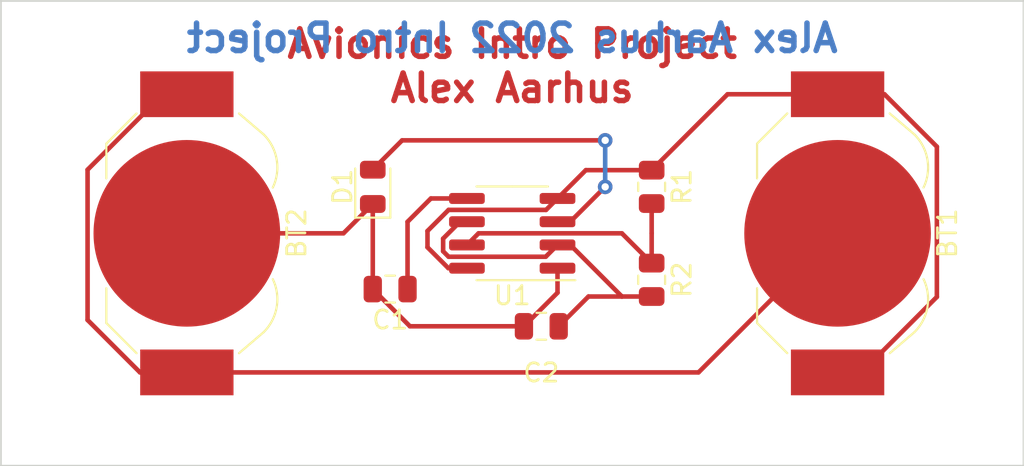
<source format=kicad_pcb>
(kicad_pcb (version 20211014) (generator pcbnew)
  (layers (0 "F.Cu" signal) (31 "B.Cu" signal) (34 "B.Paste" user) (35 "F.Paste" user) (36 "B.SilkS" user "B.Silkscreen") (37 "F.SilkS" user "F.Silkscreen") (38 "B.Mask" user) (39 "F.Mask" user) (44 "Edge.Cuts" user))
  (net 0 "")
  (net 1 "VCC")
  (net 2 "Net-(R1-Pad2)")
  (net 3 "Net-(C2-Pad2)")
  (net 4 "GND")
  (net 5 "Net-(D1-Pad2)")
  (net 6 "Net-(C1-Pad1)")
  (net 7 "Net-(BT1-Pad2)")
  (footprint "Resistor_SMD:R_0805_2012Metric" (layer "F.Cu") (at 187.96 76.2 -90)
    (fp_text reference "R2" (at 0 -1.65 90) (layer "F.SilkS"))
    (fp_text value "10K")
    (fp_line (start -0.227064 0.735) (end 0.227064 0.735) (layer "F.SilkS") (width 0.12))
    (fp_line (start -0.227064 -0.735) (end 0.227064 -0.735) (layer "F.SilkS") (width 0.12))
    (pad "1" smd roundrect (at -0.9125 0 270) (size 1.025 1.4) (layers "F.Cu" "F.Paste" "F.Mask") (roundrect_rratio 0.243902439) (net 2 "Net-(R1-Pad2)"))
    (pad "2" smd roundrect (at 0.9125 0 270) (size 1.025 1.4) (layers "F.Cu" "F.Paste" "F.Mask") (roundrect_rratio 0.243902439) (net 3 "Net-(C2-Pad2)"))
  )
  (footprint "LED_SMD:LED_0805_2012Metric" (layer "F.Cu") (at 172.72 71.12 90)
    (fp_text reference "D1" (at 0 -1.65 90) (layer "F.SilkS"))
    (fp_text value "LED")
    (fp_line (start -1.685 -0.96) (end -1.685 0.96) (layer "F.SilkS") (width 0.12))
    (fp_line (start 1 -0.96) (end -1.685 -0.96) (layer "F.SilkS") (width 0.12))
    (fp_line (start -1.685 0.96) (end 1 0.96) (layer "F.SilkS") (width 0.12))
    (pad "1" smd roundrect (at -0.9375 0 90) (size 0.975 1.4) (layers "F.Cu" "F.Paste" "F.Mask") (net 4 "GND"))
    (pad "2" smd roundrect (at 0.9375 0 90) (size 0.975 1.4) (layers "F.Cu" "F.Paste" "F.Mask") (net 5 "Net-(D1-Pad2)"))
  )
  (footprint "Capacitor_SMD:C_0805_2012Metric" (layer "F.Cu") (at 173.67 76.708 180)
    (fp_text reference "C1" (at 0 -1.68) (layer "F.SilkS"))
    (fp_text value ".01uF")
    (fp_line (start -0.261252 0.735) (end 0.261252 0.735) (layer "F.SilkS") (width 0.12))
    (fp_line (start -0.261252 -0.735) (end 0.261252 -0.735) (layer "F.SilkS") (width 0.12))
    (pad "1" smd roundrect (at -0.95 0 180) (size 1 1.45) (layers "F.Cu" "F.Paste" "F.Mask") (net 6 "Net-(C1-Pad1)"))
    (pad "2" smd roundrect (at 0.95 0 180) (size 1 1.45) (layers "F.Cu" "F.Paste" "F.Mask") (net 4 "GND"))
  )
  (footprint "Resistor_SMD:R_0805_2012Metric" (layer "F.Cu") (at 187.96 71.12 -90)
    (fp_text reference "R1" (at 0 -1.65 90) (layer "F.SilkS"))
    (fp_text value "5K")
    (fp_line (start -0.227064 0.735) (end 0.227064 0.735) (layer "F.SilkS") (width 0.12))
    (fp_line (start -0.227064 -0.735) (end 0.227064 -0.735) (layer "F.SilkS") (width 0.12))
    (pad "1" smd roundrect (at -0.9125 0 270) (size 1.025 1.4) (layers "F.Cu" "F.Paste" "F.Mask") (roundrect_rratio 0.243902439) (net 1 "VCC"))
    (pad "2" smd roundrect (at 0.9125 0 270) (size 1.025 1.4) (layers "F.Cu" "F.Paste" "F.Mask") (roundrect_rratio 0.243902439) (net 2 "Net-(R1-Pad2)"))
  )
  (footprint "Battery:BatteryHolder_LINX_BAT-HLD-012-SMT" (layer "F.Cu") (at 198.12 73.66 90)
    (fp_text reference "BT1" (at 0 6 90) (layer "F.SilkS"))
    (fp_text value "3V")
    (fp_line (start -6.55 -2.75) (end -4.9 -4.4) (layer "F.SilkS") (width 0.12))
    (fp_line (start 4.9 -4.4) (end 3 -4.4) (layer "F.SilkS") (width 0.12))
    (fp_line (start 6.55 2.85) (end 5.4 4.2) (layer "F.SilkS") (width 0.12))
    (fp_line (start -4.9 -4.4) (end -3 -4.4) (layer "F.SilkS") (width 0.12))
    (fp_line (start 4.9 -4.4) (end 6.55 -2.75) (layer "F.SilkS") (width 0.12))
    (fp_line (start -6.55 2.85) (end -5.4 4.2) (layer "F.SilkS") (width 0.12))
    (fp_arc (start -2.504098 4.697607) (mid -4.031094 4.908816) (end -5.4 4.2) (layer "F.SilkS") (width 0.12))
    (fp_arc (start 5.4 4.2) (mid 4.029781 4.909041) (end 2.501694 4.696459) (layer "F.SilkS") (width 0.12))
    (pad "1" smd rect (at 7.6 0 90) (size 2.5 5.1) (layers "F.Cu" "F.Paste" "F.Mask") (net 1 "VCC"))
    (pad "1" smd rect (at -7.6 0 90) (size 2.5 5.1) (layers "F.Cu" "F.Paste" "F.Mask") (net 1 "VCC"))
    (pad "2" smd circle (at 0 0 90) (size 10.2 10.2) (layers "F.Cu" "F.Mask") (net 7 "Net-(BT1-Pad2)"))
  )
  (footprint "Capacitor_SMD:C_0805_2012Metric" (layer "F.Cu") (at 181.93 78.74)
    (fp_text reference "C2" (at 0 2.54) (layer "F.SilkS"))
    (fp_text value "10uF")
    (fp_line (start -0.261252 0.735) (end 0.261252 0.735) (layer "F.SilkS") (width 0.12))
    (fp_line (start -0.261252 -0.735) (end 0.261252 -0.735) (layer "F.SilkS") (width 0.12))
    (pad "1" smd roundrect (at -0.95 0) (size 1 1.45) (layers "F.Cu" "F.Paste" "F.Mask") (net 4 "GND"))
    (pad "2" smd roundrect (at 0.95 0) (size 1 1.45) (layers "F.Cu" "F.Paste" "F.Mask") (net 3 "Net-(C2-Pad2)"))
  )
  (footprint "Package_SO:SOIC-8_3.9x4.9mm_P1.27mm" (layer "F.Cu") (at 180.34 73.66 180)
    (fp_text reference "U1" (at 0 -3.4) (layer "F.SilkS"))
    (fp_text value "NE555P")
    (fp_line (start 0 2.56) (end -1.95 2.56) (layer "F.SilkS") (width 0.12))
    (fp_line (start 0 -2.56) (end 1.95 -2.56) (layer "F.SilkS") (width 0.12))
    (fp_line (start 0 2.56) (end 1.95 2.56) (layer "F.SilkS") (width 0.12))
    (fp_line (start 0 -2.56) (end -3.45 -2.56) (layer "F.SilkS") (width 0.12))
    (pad "1" smd roundrect (at -2.475 -1.905 180) (size 1.95 0.6) (layers "F.Cu" "F.Paste" "F.Mask") (net 4 "GND"))
    (pad "2" smd roundrect (at -2.475 -0.635 180) (size 1.95 0.6) (layers "F.Cu" "F.Paste" "F.Mask") (net 3 "Net-(C2-Pad2)"))
    (pad "3" smd roundrect (at -2.475 0.635 180) (size 1.95 0.6) (layers "F.Cu" "F.Paste" "F.Mask") (net 5 "Net-(D1-Pad2)"))
    (pad "4" smd roundrect (at -2.475 1.905 180) (size 1.95 0.6) (layers "F.Cu" "F.Paste" "F.Mask") (net 1 "VCC"))
    (pad "5" smd roundrect (at 2.475 1.905 180) (size 1.95 0.6) (layers "F.Cu" "F.Paste" "F.Mask") (net 6 "Net-(C1-Pad1)"))
    (pad "6" smd roundrect (at 2.475 0.635 180) (size 1.95 0.6) (layers "F.Cu" "F.Paste" "F.Mask") (net 3 "Net-(C2-Pad2)"))
    (pad "7" smd roundrect (at 2.475 -0.635 180) (size 1.95 0.6) (layers "F.Cu" "F.Paste" "F.Mask") (net 2 "Net-(R1-Pad2)"))
    (pad "8" smd roundrect (at 2.475 -1.905 180) (size 1.95 0.6) (layers "F.Cu" "F.Paste" "F.Mask") (net 1 "VCC"))
  )
  (footprint "Battery:BatteryHolder_LINX_BAT-HLD-012-SMT" (layer "F.Cu") (at 162.56 73.66 90)
    (fp_text reference "BT2" (at 0 6 90) (layer "F.SilkS"))
    (fp_text value "3V")
    (fp_line (start -6.55 -2.75) (end -4.9 -4.4) (layer "F.SilkS") (width 0.12))
    (fp_line (start 6.55 2.85) (end 5.4 4.2) (layer "F.SilkS") (width 0.12))
    (fp_line (start -4.9 -4.4) (end -3 -4.4) (layer "F.SilkS") (width 0.12))
    (fp_line (start 4.9 -4.4) (end 3 -4.4) (layer "F.SilkS") (width 0.12))
    (fp_line (start 4.9 -4.4) (end 6.55 -2.75) (layer "F.SilkS") (width 0.12))
    (fp_line (start -6.55 2.85) (end -5.4 4.2) (layer "F.SilkS") (width 0.12))
    (fp_arc (start -2.504098 4.697607) (mid -4.031094 4.908816) (end -5.4 4.2) (layer "F.SilkS") (width 0.12))
    (fp_arc (start 5.4 4.2) (mid 4.029781 4.909041) (end 2.501694 4.696459) (layer "F.SilkS") (width 0.12))
    (pad "1" smd rect (at -7.6 0 90) (size 2.5 5.1) (layers "F.Cu" "F.Paste" "F.Mask") (net 7 "Net-(BT1-Pad2)"))
    (pad "1" smd rect (at 7.6 0 90) (size 2.5 5.1) (layers "F.Cu" "F.Paste" "F.Mask") (net 7 "Net-(BT1-Pad2)"))
    (pad "2" smd circle (at 0 0 90) (size 10.2 10.2) (layers "F.Cu" "F.Mask") (net 4 "GND"))
  )
  (gr_line (start 152.4 86.36) (end 152.4 60.96) (layer "Edge.Cuts") (width 0.1))
  (gr_line (start 208.28 60.96) (end 208.28 86.36) (layer "Edge.Cuts") (width 0.1))
  (gr_line (start 208.28 86.36) (end 152.4 86.36) (layer "Edge.Cuts") (width 0.1))
  (gr_line (start 152.4 60.96) (end 208.28 60.96) (layer "Edge.Cuts") (width 0.1))
  (gr_text "Avionics Intro Project\nAlex Aarhus" (at 180.34 64.516) (layer "F.Cu") (effects (font (size 1.5 1.5) (thickness 0.3))))
  (gr_text "Alex Aarhus 2022 Intro Project" (at 180.34 62.992) (layer "B.Cu") (effects (font (size 1.5 1.5) (thickness 0.3)) (justify mirror)))
  (segment (start 184.3625 70.2075) (end 187.96 70.2075) (width 0.25) (layer "F.Cu") (net 1))
  (segment (start 176.851853 75.565) (end 175.71 74.423147) (width 0.25) (layer "F.Cu") (net 1))
  (segment (start 175.71 74.423147) (end 175.71 73.533249) (width 0.25) (layer "F.Cu") (net 1))
  (segment (start 187.96 70.2075) (end 192.1075 66.06) (width 0.25) (layer "F.Cu") (net 1))
  (segment (start 203.545 77.135) (end 203.545 68.925) (width 0.25) (layer "F.Cu") (net 1))
  (segment (start 198.12 66.06) (end 192.1075 66.06) (width 0.25) (layer "F.Cu") (net 1))
  (segment (start 175.71 73.533249) (end 176.863249 72.38) (width 0.25) (layer "F.Cu") (net 1))
  (segment (start 198.12 81.26) (end 199.42 81.26) (width 0.25) (layer "F.Cu") (net 1))
  (segment (start 200.68 66.06) (end 198.12 66.06) (width 0.25) (layer "F.Cu") (net 1))
  (segment (start 203.545 68.925) (end 200.68 66.06) (width 0.25) (layer "F.Cu") (net 1))
  (segment (start 182.19 72.38) (end 182.815 71.755) (width 0.25) (layer "F.Cu") (net 1))
  (segment (start 176.863249 72.38) (end 182.19 72.38) (width 0.25) (layer "F.Cu") (net 1))
  (segment (start 199.42 81.26) (end 203.545 77.135) (width 0.25) (layer "F.Cu") (net 1))
  (segment (start 177.865 75.565) (end 176.851853 75.565) (width 0.25) (layer "F.Cu") (net 1))
  (segment (start 182.815 71.755) (end 184.3625 70.2075) (width 0.25) (layer "F.Cu") (net 1))
  (segment (start 186.3325 73.66) (end 187.96 75.2875) (width 0.25) (layer "F.Cu") (net 2))
  (segment (start 177.865 74.295) (end 178.5 73.66) (width 0.25) (layer "F.Cu") (net 2))
  (segment (start 178.5 73.66) (end 186.3325 73.66) (width 0.25) (layer "F.Cu") (net 2))
  (segment (start 187.96 73.66) (end 187.96 72.0325) (width 0.25) (layer "F.Cu") (net 2))
  (segment (start 187.96 75.2875) (end 187.96 73.66) (width 0.25) (layer "F.Cu") (net 2))
  (segment (start 183.515 74.295) (end 186.3325 77.1125) (width 0.25) (layer "F.Cu") (net 3))
  (segment (start 182.815 74.295) (end 183.515 74.295) (width 0.25) (layer "F.Cu") (net 3))
  (segment (start 177.865 73.025) (end 177.488249 73.025) (width 0.25) (layer "F.Cu") (net 3))
  (segment (start 184.5075 77.1125) (end 186.3325 77.1125) (width 0.25) (layer "F.Cu") (net 3))
  (segment (start 182.17 74.94) (end 182.815 74.295) (width 0.25) (layer "F.Cu") (net 3))
  (segment (start 186.3325 77.1125) (end 187.96 77.1125) (width 0.25) (layer "F.Cu") (net 3))
  (segment (start 177.488249 73.025) (end 176.565 73.948249) (width 0.25) (layer "F.Cu") (net 3))
  (segment (start 182.88 78.74) (end 184.5075 77.1125) (width 0.25) (layer "F.Cu") (net 3))
  (segment (start 176.863249 74.94) (end 182.17 74.94) (width 0.25) (layer "F.Cu") (net 3))
  (segment (start 176.565 74.641751) (end 176.863249 74.94) (width 0.25) (layer "F.Cu") (net 3))
  (segment (start 176.565 73.948249) (end 176.565 74.641751) (width 0.25) (layer "F.Cu") (net 3))
  (segment (start 172.72 72.0575) (end 171.1175 73.66) (width 0.25) (layer "F.Cu") (net 4))
  (segment (start 180.98 78.74) (end 174.752 78.74) (width 0.25) (layer "F.Cu") (net 4))
  (segment (start 174.752 78.74) (end 172.72 76.708) (width 0.25) (layer "F.Cu") (net 4))
  (segment (start 172.72 76.708) (end 172.72 72.0575) (width 0.25) (layer "F.Cu") (net 4))
  (segment (start 182.815 76.905) (end 180.98 78.74) (width 0.25) (layer "F.Cu") (net 4))
  (segment (start 182.815 75.565) (end 182.815 76.905) (width 0.25) (layer "F.Cu") (net 4))
  (segment (start 171.1175 73.66) (end 162.56 73.66) (width 0.25) (layer "F.Cu") (net 4))
  (segment (start 174.3225 68.58) (end 185.42 68.58) (width 0.25) (layer "F.Cu") (net 5))
  (segment (start 183.515 73.025) (end 182.815 73.025) (width 0.25) (layer "F.Cu") (net 5))
  (segment (start 183.515 73.025) (end 185.42 71.12) (width 0.25) (layer "F.Cu") (net 5))
  (segment (start 172.72 70.1825) (end 174.3225 68.58) (width 0.25) (layer "F.Cu") (net 5))
  (via (at 185.42 71.12) (size 0.8) (drill 0.4) (layers "F.Cu" "B.Cu") (net 5))
  (via (at 185.42 68.58) (size 0.8) (drill 0.4) (layers "F.Cu" "B.Cu") (net 5))
  (segment (start 185.42 68.58) (end 185.42 71.12) (width 0.25) (layer "B.Cu") (net 5))
  (segment (start 174.62 73.03) (end 175.895 71.755) (width 0.25) (layer "F.Cu") (net 6))
  (segment (start 174.62 76.708) (end 174.62 73.03) (width 0.25) (layer "F.Cu") (net 6))
  (segment (start 175.895 71.755) (end 177.865 71.755) (width 0.25) (layer "F.Cu") (net 6))
  (segment (start 162.56 81.26) (end 190.52 81.26) (width 0.25) (layer "F.Cu") (net 7))
  (segment (start 160 81.26) (end 162.56 81.26) (width 0.25) (layer "F.Cu") (net 7))
  (segment (start 157.135 70.185) (end 157.135 78.395) (width 0.25) (layer "F.Cu") (net 7))
  (segment (start 162.56 66.06) (end 161.26 66.06) (width 0.25) (layer "F.Cu") (net 7))
  (segment (start 161.26 66.06) (end 157.135 70.185) (width 0.25) (layer "F.Cu") (net 7))
  (segment (start 157.135 78.395) (end 160 81.26) (width 0.25) (layer "F.Cu") (net 7))
  (segment (start 190.52 81.26) (end 198.12 73.66) (width 0.25) (layer "F.Cu") (net 7))
)
</source>
